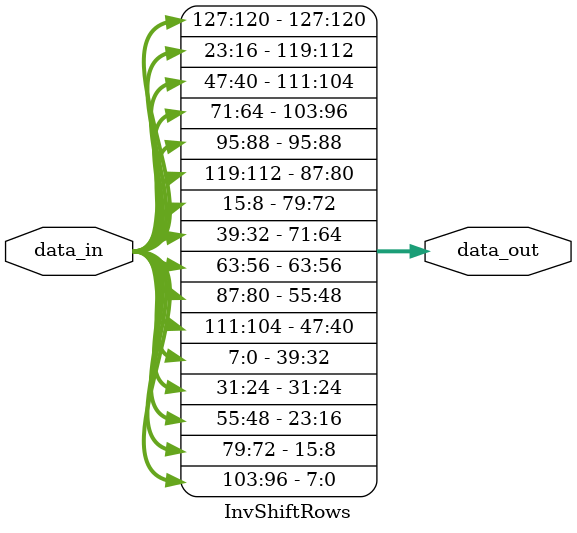
<source format=v>
module InvShiftRows(
    input [127:0] data_in,
    output [127:0] data_out
);
    genvar i;
    generate
        for( i = 31; i < 128 ; i = i + 32)begin
            assign data_out[i : i-7] = data_in[i : i-7];
        end
        for( i = 23; i < 119 ; i = i + 32)begin
            assign data_out[i : i-7] = data_in[i+32 : i+25];
        end
        assign data_out[119:112] = data_in[23:16];
        for( i = 111; i >= 79 ; i = i - 32)begin
            assign data_out[i : i-7] = data_in[i-64 : i-71];
        end
        assign data_out[47:40] = data_in[111:104];
        assign data_out[15:8] = data_in[79:72];
        for( i = 103; i >= 39 ; i = i - 32)begin
            assign data_out[i : i-7] = data_in[i-32 : i-39];
        end
        assign data_out[7:0] = data_in[103:96];
    endgenerate
endmodule

</source>
